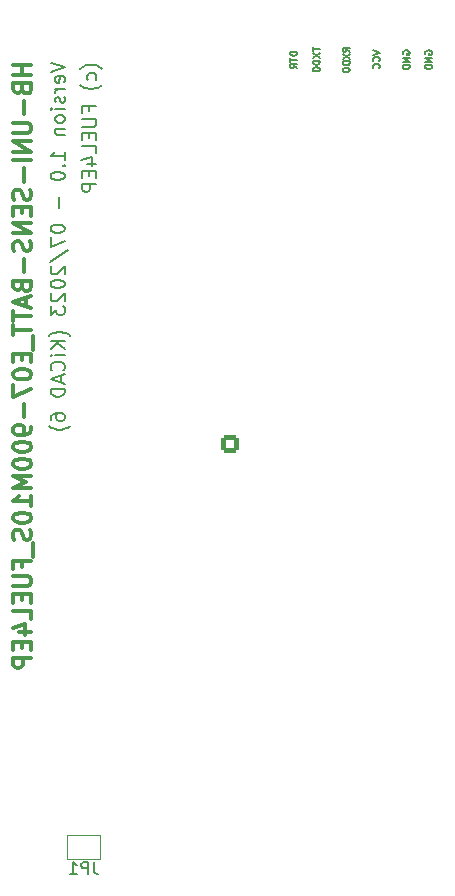
<source format=gbr>
%TF.GenerationSoftware,KiCad,Pcbnew,6.0.11-2627ca5db0~126~ubuntu22.04.1*%
%TF.CreationDate,2023-07-25T17:20:59+02:00*%
%TF.ProjectId,HB-UNI-SEN-BATT_E07-900M10S_FUEL4EP,48422d55-4e49-42d5-9345-4e2d42415454,1.0*%
%TF.SameCoordinates,Original*%
%TF.FileFunction,Legend,Bot*%
%TF.FilePolarity,Positive*%
%FSLAX46Y46*%
G04 Gerber Fmt 4.6, Leading zero omitted, Abs format (unit mm)*
G04 Created by KiCad (PCBNEW 6.0.11-2627ca5db0~126~ubuntu22.04.1) date 2023-07-25 17:20:59*
%MOMM*%
%LPD*%
G01*
G04 APERTURE LIST*
G04 Aperture macros list*
%AMRoundRect*
0 Rectangle with rounded corners*
0 $1 Rounding radius*
0 $2 $3 $4 $5 $6 $7 $8 $9 X,Y pos of 4 corners*
0 Add a 4 corners polygon primitive as box body*
4,1,4,$2,$3,$4,$5,$6,$7,$8,$9,$2,$3,0*
0 Add four circle primitives for the rounded corners*
1,1,$1+$1,$2,$3*
1,1,$1+$1,$4,$5*
1,1,$1+$1,$6,$7*
1,1,$1+$1,$8,$9*
0 Add four rect primitives between the rounded corners*
20,1,$1+$1,$2,$3,$4,$5,0*
20,1,$1+$1,$4,$5,$6,$7,0*
20,1,$1+$1,$6,$7,$8,$9,0*
20,1,$1+$1,$8,$9,$2,$3,0*%
G04 Aperture macros list end*
%ADD10C,0.200000*%
%ADD11C,0.300000*%
%ADD12C,0.150000*%
%ADD13C,0.120000*%
%ADD14R,1.000000X1.500000*%
%ADD15R,1.800000X1.800000*%
%ADD16C,1.800000*%
%ADD17R,1.700000X1.700000*%
%ADD18O,1.700000X1.700000*%
%ADD19C,2.640000*%
%ADD20R,2.000000X2.000000*%
%ADD21C,2.000000*%
%ADD22R,1.200000X1.200000*%
%ADD23C,1.200000*%
%ADD24C,1.600000*%
%ADD25O,1.600000X1.600000*%
%ADD26R,1.717500X1.800000*%
%ADD27O,1.717500X1.800000*%
%ADD28C,0.700000*%
%ADD29C,4.400000*%
%ADD30R,1.350000X1.350000*%
%ADD31O,1.350000X1.350000*%
%ADD32RoundRect,0.250000X-0.550000X-0.550000X0.550000X-0.550000X0.550000X0.550000X-0.550000X0.550000X0*%
G04 APERTURE END LIST*
D10*
X10363000Y-5308571D02*
X10305857Y-5251428D01*
X10134428Y-5137142D01*
X10020142Y-5080000D01*
X9848714Y-5022857D01*
X9563000Y-4965714D01*
X9334428Y-4965714D01*
X9048714Y-5022857D01*
X8877285Y-5080000D01*
X8763000Y-5137142D01*
X8591571Y-5251428D01*
X8534428Y-5308571D01*
X9848714Y-6280000D02*
X9905857Y-6165714D01*
X9905857Y-5937142D01*
X9848714Y-5822857D01*
X9791571Y-5765714D01*
X9677285Y-5708571D01*
X9334428Y-5708571D01*
X9220142Y-5765714D01*
X9163000Y-5822857D01*
X9105857Y-5937142D01*
X9105857Y-6165714D01*
X9163000Y-6280000D01*
X10363000Y-6680000D02*
X10305857Y-6737142D01*
X10134428Y-6851428D01*
X10020142Y-6908571D01*
X9848714Y-6965714D01*
X9563000Y-7022857D01*
X9334428Y-7022857D01*
X9048714Y-6965714D01*
X8877285Y-6908571D01*
X8763000Y-6851428D01*
X8591571Y-6737142D01*
X8534428Y-6680000D01*
X9277285Y-8908571D02*
X9277285Y-8508571D01*
X9905857Y-8508571D02*
X8705857Y-8508571D01*
X8705857Y-9080000D01*
X8705857Y-9537142D02*
X9677285Y-9537142D01*
X9791571Y-9594285D01*
X9848714Y-9651428D01*
X9905857Y-9765714D01*
X9905857Y-9994285D01*
X9848714Y-10108571D01*
X9791571Y-10165714D01*
X9677285Y-10222857D01*
X8705857Y-10222857D01*
X9277285Y-10794285D02*
X9277285Y-11194285D01*
X9905857Y-11365714D02*
X9905857Y-10794285D01*
X8705857Y-10794285D01*
X8705857Y-11365714D01*
X9905857Y-12451428D02*
X9905857Y-11880000D01*
X8705857Y-11880000D01*
X9105857Y-13365714D02*
X9905857Y-13365714D01*
X8648714Y-13080000D02*
X9505857Y-12794285D01*
X9505857Y-13537142D01*
X9277285Y-13994285D02*
X9277285Y-14394285D01*
X9905857Y-14565714D02*
X9905857Y-13994285D01*
X8705857Y-13994285D01*
X8705857Y-14565714D01*
X9905857Y-15080000D02*
X8705857Y-15080000D01*
X8705857Y-15537142D01*
X8763000Y-15651428D01*
X8820142Y-15708571D01*
X8934428Y-15765714D01*
X9105857Y-15765714D01*
X9220142Y-15708571D01*
X9277285Y-15651428D01*
X9334428Y-15537142D01*
X9334428Y-15080000D01*
D11*
X4389071Y-4975142D02*
X2889071Y-4975142D01*
X3603357Y-4975142D02*
X3603357Y-5832285D01*
X4389071Y-5832285D02*
X2889071Y-5832285D01*
X3603357Y-7046571D02*
X3674785Y-7260857D01*
X3746214Y-7332285D01*
X3889071Y-7403714D01*
X4103357Y-7403714D01*
X4246214Y-7332285D01*
X4317642Y-7260857D01*
X4389071Y-7118000D01*
X4389071Y-6546571D01*
X2889071Y-6546571D01*
X2889071Y-7046571D01*
X2960500Y-7189428D01*
X3031928Y-7260857D01*
X3174785Y-7332285D01*
X3317642Y-7332285D01*
X3460500Y-7260857D01*
X3531928Y-7189428D01*
X3603357Y-7046571D01*
X3603357Y-6546571D01*
X3817642Y-8046571D02*
X3817642Y-9189428D01*
X2889071Y-9903714D02*
X4103357Y-9903714D01*
X4246214Y-9975142D01*
X4317642Y-10046571D01*
X4389071Y-10189428D01*
X4389071Y-10475142D01*
X4317642Y-10618000D01*
X4246214Y-10689428D01*
X4103357Y-10760857D01*
X2889071Y-10760857D01*
X4389071Y-11475142D02*
X2889071Y-11475142D01*
X4389071Y-12332285D01*
X2889071Y-12332285D01*
X4389071Y-13046571D02*
X2889071Y-13046571D01*
X3817642Y-13760857D02*
X3817642Y-14903714D01*
X4317642Y-15546571D02*
X4389071Y-15760857D01*
X4389071Y-16118000D01*
X4317642Y-16260857D01*
X4246214Y-16332285D01*
X4103357Y-16403714D01*
X3960499Y-16403714D01*
X3817642Y-16332285D01*
X3746214Y-16260857D01*
X3674785Y-16118000D01*
X3603357Y-15832285D01*
X3531928Y-15689428D01*
X3460499Y-15618000D01*
X3317642Y-15546571D01*
X3174785Y-15546571D01*
X3031928Y-15618000D01*
X2960499Y-15689428D01*
X2889071Y-15832285D01*
X2889071Y-16189428D01*
X2960499Y-16403714D01*
X3603357Y-17046571D02*
X3603357Y-17546571D01*
X4389071Y-17760857D02*
X4389071Y-17046571D01*
X2889071Y-17046571D01*
X2889071Y-17760857D01*
X4389071Y-18403714D02*
X2889071Y-18403714D01*
X4389071Y-19260857D01*
X2889071Y-19260857D01*
X4317642Y-19903714D02*
X4389071Y-20118000D01*
X4389071Y-20475142D01*
X4317642Y-20618000D01*
X4246214Y-20689428D01*
X4103357Y-20760857D01*
X3960499Y-20760857D01*
X3817642Y-20689428D01*
X3746214Y-20618000D01*
X3674785Y-20475142D01*
X3603357Y-20189428D01*
X3531928Y-20046571D01*
X3460499Y-19975142D01*
X3317642Y-19903714D01*
X3174785Y-19903714D01*
X3031928Y-19975142D01*
X2960499Y-20046571D01*
X2889071Y-20189428D01*
X2889071Y-20546571D01*
X2960499Y-20760857D01*
X3817642Y-21403714D02*
X3817642Y-22546571D01*
X3603357Y-23760857D02*
X3674785Y-23975142D01*
X3746214Y-24046571D01*
X3889071Y-24118000D01*
X4103357Y-24118000D01*
X4246214Y-24046571D01*
X4317642Y-23975142D01*
X4389071Y-23832285D01*
X4389071Y-23260857D01*
X2889071Y-23260857D01*
X2889071Y-23760857D01*
X2960499Y-23903714D01*
X3031928Y-23975142D01*
X3174785Y-24046571D01*
X3317642Y-24046571D01*
X3460499Y-23975142D01*
X3531928Y-23903714D01*
X3603357Y-23760857D01*
X3603357Y-23260857D01*
X3960499Y-24689428D02*
X3960499Y-25403714D01*
X4389071Y-24546571D02*
X2889071Y-25046571D01*
X4389071Y-25546571D01*
X2889071Y-25832285D02*
X2889071Y-26689428D01*
X4389071Y-26260857D02*
X2889071Y-26260857D01*
X2889071Y-26975142D02*
X2889071Y-27832285D01*
X4389071Y-27403714D02*
X2889071Y-27403714D01*
X4531928Y-27975142D02*
X4531928Y-29118000D01*
X3603357Y-29475142D02*
X3603357Y-29975142D01*
X4389071Y-30189428D02*
X4389071Y-29475142D01*
X2889071Y-29475142D01*
X2889071Y-30189428D01*
X2889071Y-31118000D02*
X2889071Y-31260857D01*
X2960499Y-31403714D01*
X3031928Y-31475142D01*
X3174785Y-31546571D01*
X3460499Y-31618000D01*
X3817642Y-31618000D01*
X4103357Y-31546571D01*
X4246214Y-31475142D01*
X4317642Y-31403714D01*
X4389071Y-31260857D01*
X4389071Y-31118000D01*
X4317642Y-30975142D01*
X4246214Y-30903714D01*
X4103357Y-30832285D01*
X3817642Y-30760857D01*
X3460499Y-30760857D01*
X3174785Y-30832285D01*
X3031928Y-30903714D01*
X2960499Y-30975142D01*
X2889071Y-31118000D01*
X2889071Y-32118000D02*
X2889071Y-33118000D01*
X4389071Y-32475142D01*
X3817642Y-33689428D02*
X3817642Y-34832285D01*
X4389071Y-35618000D02*
X4389071Y-35903714D01*
X4317642Y-36046571D01*
X4246214Y-36118000D01*
X4031928Y-36260857D01*
X3746214Y-36332285D01*
X3174785Y-36332285D01*
X3031928Y-36260857D01*
X2960499Y-36189428D01*
X2889071Y-36046571D01*
X2889071Y-35760857D01*
X2960499Y-35618000D01*
X3031928Y-35546571D01*
X3174785Y-35475142D01*
X3531928Y-35475142D01*
X3674785Y-35546571D01*
X3746214Y-35618000D01*
X3817642Y-35760857D01*
X3817642Y-36046571D01*
X3746214Y-36189428D01*
X3674785Y-36260857D01*
X3531928Y-36332285D01*
X2889071Y-37260857D02*
X2889071Y-37403714D01*
X2960499Y-37546571D01*
X3031928Y-37618000D01*
X3174785Y-37689428D01*
X3460499Y-37760857D01*
X3817642Y-37760857D01*
X4103357Y-37689428D01*
X4246214Y-37618000D01*
X4317642Y-37546571D01*
X4389071Y-37403714D01*
X4389071Y-37260857D01*
X4317642Y-37118000D01*
X4246214Y-37046571D01*
X4103357Y-36975142D01*
X3817642Y-36903714D01*
X3460499Y-36903714D01*
X3174785Y-36975142D01*
X3031928Y-37046571D01*
X2960499Y-37118000D01*
X2889071Y-37260857D01*
X2889071Y-38689428D02*
X2889071Y-38832285D01*
X2960499Y-38975142D01*
X3031928Y-39046571D01*
X3174785Y-39118000D01*
X3460499Y-39189428D01*
X3817642Y-39189428D01*
X4103357Y-39118000D01*
X4246214Y-39046571D01*
X4317642Y-38975142D01*
X4389071Y-38832285D01*
X4389071Y-38689428D01*
X4317642Y-38546571D01*
X4246214Y-38475142D01*
X4103357Y-38403714D01*
X3817642Y-38332285D01*
X3460499Y-38332285D01*
X3174785Y-38403714D01*
X3031928Y-38475142D01*
X2960499Y-38546571D01*
X2889071Y-38689428D01*
X4389071Y-39832285D02*
X2889071Y-39832285D01*
X3960499Y-40332285D01*
X2889071Y-40832285D01*
X4389071Y-40832285D01*
X4389071Y-42332285D02*
X4389071Y-41475142D01*
X4389071Y-41903714D02*
X2889071Y-41903714D01*
X3103357Y-41760857D01*
X3246214Y-41618000D01*
X3317642Y-41475142D01*
X2889071Y-43260857D02*
X2889071Y-43403714D01*
X2960499Y-43546571D01*
X3031928Y-43618000D01*
X3174785Y-43689428D01*
X3460499Y-43760857D01*
X3817642Y-43760857D01*
X4103357Y-43689428D01*
X4246214Y-43618000D01*
X4317642Y-43546571D01*
X4389071Y-43403714D01*
X4389071Y-43260857D01*
X4317642Y-43118000D01*
X4246214Y-43046571D01*
X4103357Y-42975142D01*
X3817642Y-42903714D01*
X3460499Y-42903714D01*
X3174785Y-42975142D01*
X3031928Y-43046571D01*
X2960499Y-43118000D01*
X2889071Y-43260857D01*
X4317642Y-44332285D02*
X4389071Y-44546571D01*
X4389071Y-44903714D01*
X4317642Y-45046571D01*
X4246214Y-45118000D01*
X4103357Y-45189428D01*
X3960499Y-45189428D01*
X3817642Y-45118000D01*
X3746214Y-45046571D01*
X3674785Y-44903714D01*
X3603357Y-44618000D01*
X3531928Y-44475142D01*
X3460499Y-44403714D01*
X3317642Y-44332285D01*
X3174785Y-44332285D01*
X3031928Y-44403714D01*
X2960499Y-44475142D01*
X2889071Y-44618000D01*
X2889071Y-44975142D01*
X2960499Y-45189428D01*
X4531928Y-45475142D02*
X4531928Y-46618000D01*
X3603357Y-47475142D02*
X3603357Y-46975142D01*
X4389071Y-46975142D02*
X2889071Y-46975142D01*
X2889071Y-47689428D01*
X2889071Y-48260857D02*
X4103357Y-48260857D01*
X4246214Y-48332285D01*
X4317642Y-48403714D01*
X4389071Y-48546571D01*
X4389071Y-48832285D01*
X4317642Y-48975142D01*
X4246214Y-49046571D01*
X4103357Y-49118000D01*
X2889071Y-49118000D01*
X3603357Y-49832285D02*
X3603357Y-50332285D01*
X4389071Y-50546571D02*
X4389071Y-49832285D01*
X2889071Y-49832285D01*
X2889071Y-50546571D01*
X4389071Y-51903714D02*
X4389071Y-51189428D01*
X2889071Y-51189428D01*
X3389071Y-53046571D02*
X4389071Y-53046571D01*
X2817642Y-52689428D02*
X3889071Y-52332285D01*
X3889071Y-53260857D01*
X3603357Y-53832285D02*
X3603357Y-54332285D01*
X4389071Y-54546571D02*
X4389071Y-53832285D01*
X2889071Y-53832285D01*
X2889071Y-54546571D01*
X4389071Y-55189428D02*
X2889071Y-55189428D01*
X2889071Y-55760857D01*
X2960499Y-55903714D01*
X3031928Y-55975142D01*
X3174785Y-56046571D01*
X3389071Y-56046571D01*
X3531928Y-55975142D01*
X3603357Y-55903714D01*
X3674785Y-55760857D01*
X3674785Y-55189428D01*
D10*
X6038857Y-4794285D02*
X7238857Y-5194285D01*
X6038857Y-5594285D01*
X7181714Y-6451428D02*
X7238857Y-6337142D01*
X7238857Y-6108571D01*
X7181714Y-5994285D01*
X7067428Y-5937142D01*
X6610285Y-5937142D01*
X6496000Y-5994285D01*
X6438857Y-6108571D01*
X6438857Y-6337142D01*
X6496000Y-6451428D01*
X6610285Y-6508571D01*
X6724571Y-6508571D01*
X6838857Y-5937142D01*
X7238857Y-7022857D02*
X6438857Y-7022857D01*
X6667428Y-7022857D02*
X6553142Y-7080000D01*
X6496000Y-7137142D01*
X6438857Y-7251428D01*
X6438857Y-7365714D01*
X7181714Y-7708571D02*
X7238857Y-7822857D01*
X7238857Y-8051428D01*
X7181714Y-8165714D01*
X7067428Y-8222857D01*
X7010285Y-8222857D01*
X6896000Y-8165714D01*
X6838857Y-8051428D01*
X6838857Y-7880000D01*
X6781714Y-7765714D01*
X6667428Y-7708571D01*
X6610285Y-7708571D01*
X6496000Y-7765714D01*
X6438857Y-7880000D01*
X6438857Y-8051428D01*
X6496000Y-8165714D01*
X7238857Y-8737142D02*
X6438857Y-8737142D01*
X6038857Y-8737142D02*
X6096000Y-8680000D01*
X6153142Y-8737142D01*
X6096000Y-8794285D01*
X6038857Y-8737142D01*
X6153142Y-8737142D01*
X7238857Y-9480000D02*
X7181714Y-9365714D01*
X7124571Y-9308571D01*
X7010285Y-9251428D01*
X6667428Y-9251428D01*
X6553142Y-9308571D01*
X6496000Y-9365714D01*
X6438857Y-9480000D01*
X6438857Y-9651428D01*
X6496000Y-9765714D01*
X6553142Y-9822857D01*
X6667428Y-9880000D01*
X7010285Y-9880000D01*
X7124571Y-9822857D01*
X7181714Y-9765714D01*
X7238857Y-9651428D01*
X7238857Y-9480000D01*
X6438857Y-10394285D02*
X7238857Y-10394285D01*
X6553142Y-10394285D02*
X6496000Y-10451428D01*
X6438857Y-10565714D01*
X6438857Y-10737142D01*
X6496000Y-10851428D01*
X6610285Y-10908571D01*
X7238857Y-10908571D01*
X7238857Y-13022857D02*
X7238857Y-12337142D01*
X7238857Y-12680000D02*
X6038857Y-12680000D01*
X6210285Y-12565714D01*
X6324571Y-12451428D01*
X6381714Y-12337142D01*
X7124571Y-13537142D02*
X7181714Y-13594285D01*
X7238857Y-13537142D01*
X7181714Y-13480000D01*
X7124571Y-13537142D01*
X7238857Y-13537142D01*
X6038857Y-14337142D02*
X6038857Y-14451428D01*
X6095999Y-14565714D01*
X6153142Y-14622857D01*
X6267428Y-14680000D01*
X6495999Y-14737142D01*
X6781714Y-14737142D01*
X7010285Y-14680000D01*
X7124571Y-14622857D01*
X7181714Y-14565714D01*
X7238857Y-14451428D01*
X7238857Y-14337142D01*
X7181714Y-14222857D01*
X7124571Y-14165714D01*
X7010285Y-14108571D01*
X6781714Y-14051428D01*
X6495999Y-14051428D01*
X6267428Y-14108571D01*
X6153142Y-14165714D01*
X6095999Y-14222857D01*
X6038857Y-14337142D01*
X6781714Y-16165714D02*
X6781714Y-17079999D01*
X6038857Y-18794285D02*
X6038857Y-18908571D01*
X6095999Y-19022857D01*
X6153142Y-19079999D01*
X6267428Y-19137142D01*
X6495999Y-19194285D01*
X6781714Y-19194285D01*
X7010285Y-19137142D01*
X7124571Y-19079999D01*
X7181714Y-19022857D01*
X7238857Y-18908571D01*
X7238857Y-18794285D01*
X7181714Y-18679999D01*
X7124571Y-18622857D01*
X7010285Y-18565714D01*
X6781714Y-18508571D01*
X6495999Y-18508571D01*
X6267428Y-18565714D01*
X6153142Y-18622857D01*
X6095999Y-18679999D01*
X6038857Y-18794285D01*
X6038857Y-19594285D02*
X6038857Y-20394285D01*
X7238857Y-19879999D01*
X5981714Y-21708571D02*
X7524571Y-20679999D01*
X6153142Y-22051428D02*
X6095999Y-22108571D01*
X6038857Y-22222857D01*
X6038857Y-22508571D01*
X6095999Y-22622857D01*
X6153142Y-22679999D01*
X6267428Y-22737142D01*
X6381714Y-22737142D01*
X6553142Y-22679999D01*
X7238857Y-21994285D01*
X7238857Y-22737142D01*
X6038857Y-23479999D02*
X6038857Y-23594285D01*
X6095999Y-23708571D01*
X6153142Y-23765714D01*
X6267428Y-23822857D01*
X6495999Y-23879999D01*
X6781714Y-23879999D01*
X7010285Y-23822857D01*
X7124571Y-23765714D01*
X7181714Y-23708571D01*
X7238857Y-23594285D01*
X7238857Y-23479999D01*
X7181714Y-23365714D01*
X7124571Y-23308571D01*
X7010285Y-23251428D01*
X6781714Y-23194285D01*
X6495999Y-23194285D01*
X6267428Y-23251428D01*
X6153142Y-23308571D01*
X6095999Y-23365714D01*
X6038857Y-23479999D01*
X6153142Y-24337142D02*
X6095999Y-24394285D01*
X6038857Y-24508571D01*
X6038857Y-24794285D01*
X6095999Y-24908571D01*
X6153142Y-24965714D01*
X6267428Y-25022857D01*
X6381714Y-25022857D01*
X6553142Y-24965714D01*
X7238857Y-24279999D01*
X7238857Y-25022857D01*
X6038857Y-25422857D02*
X6038857Y-26165714D01*
X6495999Y-25765714D01*
X6495999Y-25937142D01*
X6553142Y-26051428D01*
X6610285Y-26108571D01*
X6724571Y-26165714D01*
X7010285Y-26165714D01*
X7124571Y-26108571D01*
X7181714Y-26051428D01*
X7238857Y-25937142D01*
X7238857Y-25594285D01*
X7181714Y-25479999D01*
X7124571Y-25422857D01*
X7695999Y-27937142D02*
X7638857Y-27879999D01*
X7467428Y-27765714D01*
X7353142Y-27708571D01*
X7181714Y-27651428D01*
X6895999Y-27594285D01*
X6667428Y-27594285D01*
X6381714Y-27651428D01*
X6210285Y-27708571D01*
X6095999Y-27765714D01*
X5924571Y-27879999D01*
X5867428Y-27937142D01*
X7238857Y-28394285D02*
X6038857Y-28394285D01*
X7238857Y-29079999D02*
X6553142Y-28565714D01*
X6038857Y-29079999D02*
X6724571Y-28394285D01*
X7238857Y-29594285D02*
X6438857Y-29594285D01*
X6038857Y-29594285D02*
X6095999Y-29537142D01*
X6153142Y-29594285D01*
X6095999Y-29651428D01*
X6038857Y-29594285D01*
X6153142Y-29594285D01*
X7124571Y-30851428D02*
X7181714Y-30794285D01*
X7238857Y-30622857D01*
X7238857Y-30508571D01*
X7181714Y-30337142D01*
X7067428Y-30222857D01*
X6953142Y-30165714D01*
X6724571Y-30108571D01*
X6553142Y-30108571D01*
X6324571Y-30165714D01*
X6210285Y-30222857D01*
X6095999Y-30337142D01*
X6038857Y-30508571D01*
X6038857Y-30622857D01*
X6095999Y-30794285D01*
X6153142Y-30851428D01*
X6895999Y-31308571D02*
X6895999Y-31879999D01*
X7238857Y-31194285D02*
X6038857Y-31594285D01*
X7238857Y-31994285D01*
X7238857Y-32394285D02*
X6038857Y-32394285D01*
X6038857Y-32679999D01*
X6095999Y-32851428D01*
X6210285Y-32965714D01*
X6324571Y-33022857D01*
X6553142Y-33079999D01*
X6724571Y-33079999D01*
X6953142Y-33022857D01*
X7067428Y-32965714D01*
X7181714Y-32851428D01*
X7238857Y-32679999D01*
X7238857Y-32394285D01*
X6038857Y-35022857D02*
X6038857Y-34794285D01*
X6095999Y-34679999D01*
X6153142Y-34622857D01*
X6324571Y-34508571D01*
X6553142Y-34451428D01*
X7010285Y-34451428D01*
X7124571Y-34508571D01*
X7181714Y-34565714D01*
X7238857Y-34679999D01*
X7238857Y-34908571D01*
X7181714Y-35022857D01*
X7124571Y-35079999D01*
X7010285Y-35137142D01*
X6724571Y-35137142D01*
X6610285Y-35079999D01*
X6553142Y-35022857D01*
X6495999Y-34908571D01*
X6495999Y-34679999D01*
X6553142Y-34565714D01*
X6610285Y-34508571D01*
X6724571Y-34451428D01*
X7695999Y-35537142D02*
X7638857Y-35594285D01*
X7467428Y-35708571D01*
X7353142Y-35765714D01*
X7181714Y-35822857D01*
X6895999Y-35879999D01*
X6667428Y-35879999D01*
X6381714Y-35822857D01*
X6210285Y-35765714D01*
X6095999Y-35708571D01*
X5924571Y-35594285D01*
X5867428Y-35537142D01*
D12*
%TO.C,JP1*%
X9683333Y-72477380D02*
X9683333Y-73191666D01*
X9730952Y-73334523D01*
X9826190Y-73429761D01*
X9969047Y-73477380D01*
X10064285Y-73477380D01*
X9207142Y-73477380D02*
X9207142Y-72477380D01*
X8826190Y-72477380D01*
X8730952Y-72525000D01*
X8683333Y-72572619D01*
X8635714Y-72667857D01*
X8635714Y-72810714D01*
X8683333Y-72905952D01*
X8730952Y-72953571D01*
X8826190Y-73001190D01*
X9207142Y-73001190D01*
X7683333Y-73477380D02*
X8254761Y-73477380D01*
X7969047Y-73477380D02*
X7969047Y-72477380D01*
X8064285Y-72620238D01*
X8159523Y-72715476D01*
X8254761Y-72763095D01*
%TO.C,Module2*%
X28211428Y-3507142D02*
X28211428Y-3850000D01*
X28811428Y-3678571D02*
X28211428Y-3678571D01*
X28211428Y-3992857D02*
X28811428Y-4392857D01*
X28211428Y-4392857D02*
X28811428Y-3992857D01*
X28811428Y-4621428D02*
X28211428Y-4621428D01*
X28211428Y-4764285D01*
X28240000Y-4850000D01*
X28297142Y-4907142D01*
X28354285Y-4935714D01*
X28468571Y-4964285D01*
X28554285Y-4964285D01*
X28668571Y-4935714D01*
X28725714Y-4907142D01*
X28782857Y-4850000D01*
X28811428Y-4764285D01*
X28811428Y-4621428D01*
X28211428Y-5335714D02*
X28211428Y-5392857D01*
X28240000Y-5450000D01*
X28268571Y-5478571D01*
X28325714Y-5507142D01*
X28440000Y-5535714D01*
X28582857Y-5535714D01*
X28697142Y-5507142D01*
X28754285Y-5478571D01*
X28782857Y-5450000D01*
X28811428Y-5392857D01*
X28811428Y-5335714D01*
X28782857Y-5278571D01*
X28754285Y-5250000D01*
X28697142Y-5221428D01*
X28582857Y-5192857D01*
X28440000Y-5192857D01*
X28325714Y-5221428D01*
X28268571Y-5250000D01*
X28240000Y-5278571D01*
X28211428Y-5335714D01*
X31351428Y-3864285D02*
X31065714Y-3664285D01*
X31351428Y-3521428D02*
X30751428Y-3521428D01*
X30751428Y-3750000D01*
X30780000Y-3807142D01*
X30808571Y-3835714D01*
X30865714Y-3864285D01*
X30951428Y-3864285D01*
X31008571Y-3835714D01*
X31037142Y-3807142D01*
X31065714Y-3750000D01*
X31065714Y-3521428D01*
X30751428Y-4064285D02*
X31351428Y-4464285D01*
X30751428Y-4464285D02*
X31351428Y-4064285D01*
X31351428Y-4692857D02*
X30751428Y-4692857D01*
X30751428Y-4835714D01*
X30780000Y-4921428D01*
X30837142Y-4978571D01*
X30894285Y-5007142D01*
X31008571Y-5035714D01*
X31094285Y-5035714D01*
X31208571Y-5007142D01*
X31265714Y-4978571D01*
X31322857Y-4921428D01*
X31351428Y-4835714D01*
X31351428Y-4692857D01*
X30751428Y-5407142D02*
X30751428Y-5464285D01*
X30780000Y-5521428D01*
X30808571Y-5550000D01*
X30865714Y-5578571D01*
X30980000Y-5607142D01*
X31122857Y-5607142D01*
X31237142Y-5578571D01*
X31294285Y-5550000D01*
X31322857Y-5521428D01*
X31351428Y-5464285D01*
X31351428Y-5407142D01*
X31322857Y-5350000D01*
X31294285Y-5321428D01*
X31237142Y-5292857D01*
X31122857Y-5264285D01*
X30980000Y-5264285D01*
X30865714Y-5292857D01*
X30808571Y-5321428D01*
X30780000Y-5350000D01*
X30751428Y-5407142D01*
X33291428Y-3750000D02*
X33891428Y-3950000D01*
X33291428Y-4150000D01*
X33834285Y-4692857D02*
X33862857Y-4664285D01*
X33891428Y-4578571D01*
X33891428Y-4521428D01*
X33862857Y-4435714D01*
X33805714Y-4378571D01*
X33748571Y-4350000D01*
X33634285Y-4321428D01*
X33548571Y-4321428D01*
X33434285Y-4350000D01*
X33377142Y-4378571D01*
X33320000Y-4435714D01*
X33291428Y-4521428D01*
X33291428Y-4578571D01*
X33320000Y-4664285D01*
X33348571Y-4692857D01*
X33834285Y-5292857D02*
X33862857Y-5264285D01*
X33891428Y-5178571D01*
X33891428Y-5121428D01*
X33862857Y-5035714D01*
X33805714Y-4978571D01*
X33748571Y-4950000D01*
X33634285Y-4921428D01*
X33548571Y-4921428D01*
X33434285Y-4950000D01*
X33377142Y-4978571D01*
X33320000Y-5035714D01*
X33291428Y-5121428D01*
X33291428Y-5178571D01*
X33320000Y-5264285D01*
X33348571Y-5292857D01*
X35860000Y-4092857D02*
X35831428Y-4035714D01*
X35831428Y-3950000D01*
X35860000Y-3864285D01*
X35917142Y-3807142D01*
X35974285Y-3778571D01*
X36088571Y-3750000D01*
X36174285Y-3750000D01*
X36288571Y-3778571D01*
X36345714Y-3807142D01*
X36402857Y-3864285D01*
X36431428Y-3950000D01*
X36431428Y-4007142D01*
X36402857Y-4092857D01*
X36374285Y-4121428D01*
X36174285Y-4121428D01*
X36174285Y-4007142D01*
X36431428Y-4378571D02*
X35831428Y-4378571D01*
X36431428Y-4721428D01*
X35831428Y-4721428D01*
X36431428Y-5007142D02*
X35831428Y-5007142D01*
X35831428Y-5150000D01*
X35860000Y-5235714D01*
X35917142Y-5292857D01*
X35974285Y-5321428D01*
X36088571Y-5350000D01*
X36174285Y-5350000D01*
X36288571Y-5321428D01*
X36345714Y-5292857D01*
X36402857Y-5235714D01*
X36431428Y-5150000D01*
X36431428Y-5007142D01*
X37765000Y-4092857D02*
X37736428Y-4035714D01*
X37736428Y-3950000D01*
X37765000Y-3864285D01*
X37822142Y-3807142D01*
X37879285Y-3778571D01*
X37993571Y-3750000D01*
X38079285Y-3750000D01*
X38193571Y-3778571D01*
X38250714Y-3807142D01*
X38307857Y-3864285D01*
X38336428Y-3950000D01*
X38336428Y-4007142D01*
X38307857Y-4092857D01*
X38279285Y-4121428D01*
X38079285Y-4121428D01*
X38079285Y-4007142D01*
X38336428Y-4378571D02*
X37736428Y-4378571D01*
X38336428Y-4721428D01*
X37736428Y-4721428D01*
X38336428Y-5007142D02*
X37736428Y-5007142D01*
X37736428Y-5150000D01*
X37765000Y-5235714D01*
X37822142Y-5292857D01*
X37879285Y-5321428D01*
X37993571Y-5350000D01*
X38079285Y-5350000D01*
X38193571Y-5321428D01*
X38250714Y-5292857D01*
X38307857Y-5235714D01*
X38336428Y-5150000D01*
X38336428Y-5007142D01*
X26906428Y-3864285D02*
X26306428Y-3864285D01*
X26306428Y-4007142D01*
X26335000Y-4092857D01*
X26392142Y-4150000D01*
X26449285Y-4178571D01*
X26563571Y-4207142D01*
X26649285Y-4207142D01*
X26763571Y-4178571D01*
X26820714Y-4150000D01*
X26877857Y-4092857D01*
X26906428Y-4007142D01*
X26906428Y-3864285D01*
X26306428Y-4378571D02*
X26306428Y-4721428D01*
X26906428Y-4550000D02*
X26306428Y-4550000D01*
X26906428Y-5264285D02*
X26620714Y-5064285D01*
X26906428Y-4921428D02*
X26306428Y-4921428D01*
X26306428Y-5150000D01*
X26335000Y-5207142D01*
X26363571Y-5235714D01*
X26420714Y-5264285D01*
X26506428Y-5264285D01*
X26563571Y-5235714D01*
X26592142Y-5207142D01*
X26620714Y-5150000D01*
X26620714Y-4921428D01*
D13*
%TO.C,JP1*%
X10250000Y-70225000D02*
X10250000Y-72225000D01*
X7450000Y-72225000D02*
X7450000Y-70225000D01*
X10250000Y-72225000D02*
X7450000Y-72225000D01*
X7450000Y-70225000D02*
X10250000Y-70225000D01*
D12*
%TO.C,Module2*%
X26635000Y-2010000D02*
G75*
G03*
X26635000Y-2010000I-635000J0D01*
G01*
X36795000Y-2010000D02*
G75*
G03*
X36795000Y-2010000I-635000J0D01*
G01*
X31715000Y-2010000D02*
G75*
G03*
X31715000Y-2010000I-635000J0D01*
G01*
X29175000Y-2010000D02*
G75*
G03*
X29175000Y-2010000I-635000J0D01*
G01*
X34255000Y-2010000D02*
G75*
G03*
X34255000Y-2010000I-635000J0D01*
G01*
X39335000Y-2010000D02*
G75*
G03*
X39335000Y-2010000I-635000J0D01*
G01*
%TD*%
D14*
%TO.C,JP1*%
X9500000Y-71225000D03*
X8200000Y-71225000D03*
%TD*%
%LPC*%
D15*
%TO.C,D1*%
X45050000Y-3280000D03*
D16*
X45050000Y-5820000D03*
%TD*%
D17*
%TO.C,J1*%
X46320000Y-35665000D03*
D18*
X46320000Y-38205000D03*
%TD*%
D17*
%TO.C,J2*%
X51400000Y-35665000D03*
D18*
X51400000Y-38205000D03*
%TD*%
D17*
%TO.C,J7*%
X34890000Y-70590000D03*
D18*
X34890000Y-68050000D03*
X34890000Y-65510000D03*
X34890000Y-62970000D03*
%TD*%
D19*
%TO.C,BT1*%
X57495000Y-58090000D03*
X69485000Y-11610000D03*
D20*
X63490000Y-8860000D03*
D21*
X63490000Y-60850000D03*
%TD*%
D17*
%TO.C,J3*%
X46320000Y-26140000D03*
D18*
X46320000Y-28680000D03*
%TD*%
D17*
%TO.C,J4*%
X51400000Y-26140000D03*
D18*
X51400000Y-28680000D03*
%TD*%
D17*
%TO.C,J5*%
X56480000Y-66780000D03*
D18*
X59020000Y-66780000D03*
X61560000Y-66780000D03*
X64100000Y-66780000D03*
X66640000Y-66780000D03*
X69180000Y-66780000D03*
%TD*%
D17*
%TO.C,J6*%
X24730000Y-70590000D03*
D18*
X24730000Y-68050000D03*
X24730000Y-65510000D03*
X24730000Y-62970000D03*
%TD*%
D22*
%TO.C,C1*%
X46447000Y-52403600D03*
D23*
X46447000Y-50903600D03*
%TD*%
D24*
%TO.C,R4*%
X50130000Y-44555000D03*
D25*
X50130000Y-47095000D03*
%TD*%
D24*
%TO.C,R5*%
X46320000Y-44555000D03*
D25*
X46320000Y-47095000D03*
%TD*%
D24*
%TO.C,R1*%
X45050000Y-8995000D03*
D25*
X45050000Y-11535000D03*
%TD*%
D24*
%TO.C,R3*%
X18380000Y-66780000D03*
D25*
X15840000Y-66780000D03*
%TD*%
D26*
%TO.C,Q1*%
X6950000Y-66780000D03*
D27*
X9240000Y-66780000D03*
X11530000Y-66780000D03*
%TD*%
D17*
%TO.C,J9*%
X50130000Y-70590000D03*
D18*
X50130000Y-68050000D03*
X50130000Y-65510000D03*
X50130000Y-62970000D03*
%TD*%
D17*
%TO.C,J10*%
X64989000Y-3343500D03*
D18*
X67529000Y-3343500D03*
X70069000Y-3343500D03*
%TD*%
D14*
%TO.C,JP1*%
X9500000Y-71225000D03*
X8200000Y-71225000D03*
%TD*%
D16*
%TO.C,Module2*%
X39970000Y-4550000D03*
X27270000Y-32490000D03*
X24730000Y-4550000D03*
X26000000Y-2010000D03*
X37430000Y-8360000D03*
X39970000Y-7090000D03*
X29810000Y-32490000D03*
X24730000Y-7090000D03*
X28540000Y-2010000D03*
X37430000Y-10900000D03*
X39970000Y-9630000D03*
X32350000Y-32490000D03*
X24730000Y-9630000D03*
X31080000Y-2010000D03*
X37430000Y-13440000D03*
X39970000Y-12170000D03*
X34890000Y-32490000D03*
X24730000Y-12170000D03*
X33620000Y-2010000D03*
X37430000Y-15980000D03*
X39970000Y-14710000D03*
X37430000Y-32490000D03*
X24730000Y-14710000D03*
X36160000Y-2010000D03*
X39970000Y-17250000D03*
X24730000Y-17250000D03*
X38700000Y-2010000D03*
X39970000Y-19790000D03*
X24730000Y-19790000D03*
X39970000Y-22330000D03*
X24730000Y-22330000D03*
X39970000Y-24870000D03*
X24730000Y-24870000D03*
X39970000Y-27410000D03*
X24730000Y-27410000D03*
X39970000Y-29950000D03*
X24730000Y-29950000D03*
X39970000Y-32490000D03*
X24730000Y-32490000D03*
%TD*%
D21*
%TO.C,SW1*%
X52185000Y-15345000D03*
X45685000Y-15345000D03*
X52185000Y-19845000D03*
X45685000Y-19845000D03*
%TD*%
D17*
%TO.C,J8*%
X39970000Y-70590000D03*
D18*
X39970000Y-68050000D03*
X39970000Y-65510000D03*
X39970000Y-62970000D03*
%TD*%
D28*
%TO.C,H2*%
X60000000Y-5050000D03*
X58200000Y-3250000D03*
X61272800Y-1977200D03*
X58727200Y-4522800D03*
X61272800Y-4522800D03*
D29*
X60000000Y-3250000D03*
D28*
X61800000Y-3250000D03*
X58727200Y-1977200D03*
X60000000Y-1450000D03*
%TD*%
%TO.C,H4*%
X61800000Y-71750000D03*
X60000000Y-73550000D03*
X58727200Y-70477200D03*
X58200000Y-71750000D03*
X61272800Y-73022800D03*
X58727200Y-73022800D03*
X60000000Y-69950000D03*
X61272800Y-70477200D03*
D29*
X60000000Y-71750000D03*
%TD*%
D28*
%TO.C,H1*%
X13727200Y-1977200D03*
X13200000Y-3250000D03*
X15000000Y-1450000D03*
X16272800Y-4522800D03*
X16272800Y-1977200D03*
D29*
X15000000Y-3250000D03*
D28*
X16800000Y-3250000D03*
X15000000Y-5050000D03*
X13727200Y-4522800D03*
%TD*%
%TO.C,H3*%
X13727200Y-73022800D03*
X16272800Y-73022800D03*
X13727200Y-70477200D03*
X16272800Y-70477200D03*
X13200000Y-71750000D03*
X16800000Y-71750000D03*
D29*
X15000000Y-71750000D03*
D28*
X15000000Y-69950000D03*
X15000000Y-73550000D03*
%TD*%
D30*
%TO.C,J11*%
X27048000Y-53318000D03*
D31*
X29048000Y-53318000D03*
X31048000Y-53318000D03*
X33048000Y-53318000D03*
X35048000Y-53318000D03*
X37048000Y-53318000D03*
X39048000Y-53318000D03*
X41048000Y-53318000D03*
%TD*%
D19*
%TO.C,BT2*%
X5425000Y-58150000D03*
X17415000Y-11670000D03*
D20*
X11420000Y-60900000D03*
D21*
X11420000Y-8910000D03*
%TD*%
D32*
%TO.C,AE1*%
X21224800Y-37112800D03*
%TD*%
M02*

</source>
